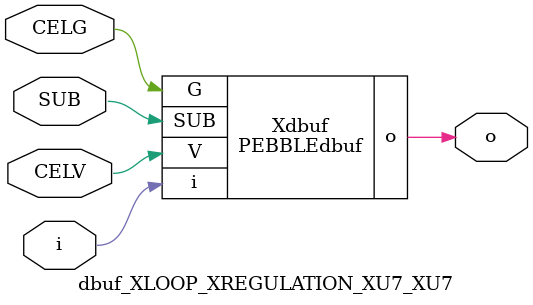
<source format=v>



module PEBBLEdbuf ( o, G, SUB, V, i );

  input V;
  input i;
  input G;
  output o;
  input SUB;
endmodule

//Celera Confidential Do Not Copy dbuf_XLOOP_XREGULATION_XU7_XU7
//Celera Confidential Symbol Generator
//Digital Buffer
module dbuf_XLOOP_XREGULATION_XU7_XU7 (CELV,CELG,i,o,SUB);
input CELV;
input CELG;
input i;
input SUB;
output o;

//Celera Confidential Do Not Copy dbuf
PEBBLEdbuf Xdbuf(
.V (CELV),
.i (i),
.o (o),
.SUB (SUB),
.G (CELG)
);
//,diesize,PEBBLEdbuf

//Celera Confidential Do Not Copy Module End
//Celera Schematic Generator
endmodule

</source>
